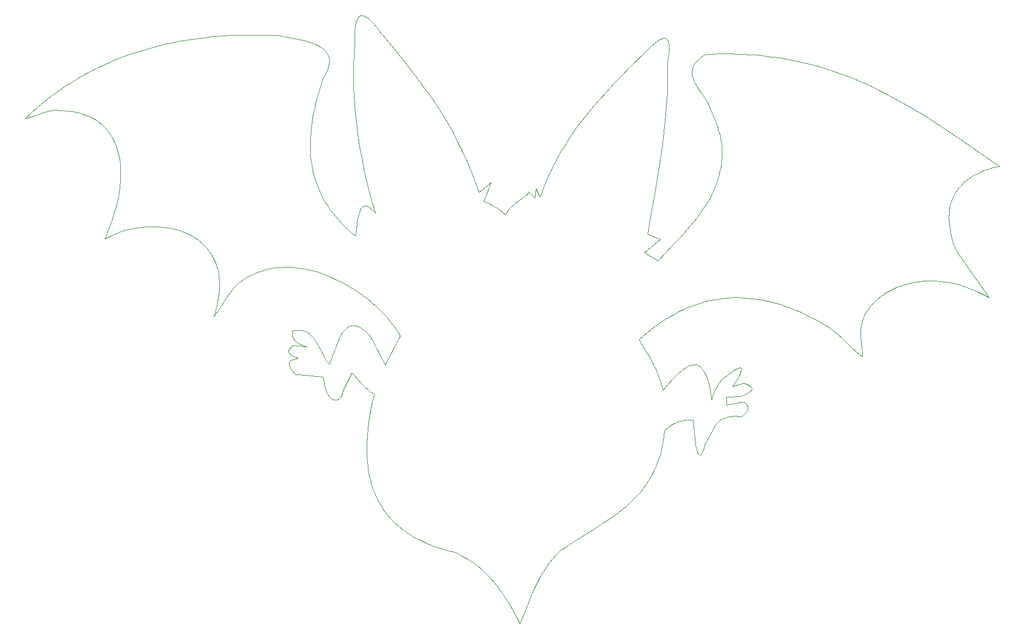
<source format=gbr>
%TF.GenerationSoftware,KiCad,Pcbnew,8.0.1*%
%TF.CreationDate,2024-04-02T10:11:43+02:00*%
%TF.ProjectId,Fledermaus I,466c6564-6572-46d6-9175-7320492e6b69,rev?*%
%TF.SameCoordinates,Original*%
%TF.FileFunction,Profile,NP*%
%FSLAX46Y46*%
G04 Gerber Fmt 4.6, Leading zero omitted, Abs format (unit mm)*
G04 Created by KiCad (PCBNEW 8.0.1) date 2024-04-02 10:11:43*
%MOMM*%
%LPD*%
G01*
G04 APERTURE LIST*
%TA.AperFunction,Profile*%
%ADD10C,0.100000*%
%TD*%
G04 APERTURE END LIST*
D10*
X26639700Y-41638000D02*
X26243700Y-41541000D01*
X31001300Y-44464400D02*
X30798400Y-44204300D01*
X158777000Y-67928000D02*
X157937000Y-67569200D01*
X117663000Y-78807000D02*
X117867000Y-78918000D01*
X85849700Y-108855000D02*
X85156400Y-108282000D01*
X122713000Y-68826000D02*
X121833000Y-68875900D01*
X123683000Y-80316000D02*
X123426000Y-80768000D01*
X117147000Y-34435000D02*
X117322000Y-34198700D01*
X155056000Y-60210900D02*
X155244000Y-60812400D01*
X60484400Y-74161600D02*
X60663900Y-74309600D01*
X141979000Y-71729200D02*
X141825000Y-72143600D01*
X68639600Y-27383400D02*
X68789000Y-27457400D01*
X73832500Y-74451400D02*
X73562000Y-73947600D01*
X116760000Y-78719000D02*
X116999000Y-78689000D01*
X59402100Y-73660500D02*
X59646200Y-73724900D01*
X25833800Y-41456700D02*
X25410000Y-41385500D01*
X124314000Y-86131000D02*
X124029000Y-86308000D01*
X141850000Y-77149000D02*
X141854000Y-77489000D01*
X110039000Y-76732000D02*
X110554000Y-77624000D01*
X133782000Y-71465400D02*
X132665000Y-70951200D01*
X49542100Y-67180800D02*
X49304100Y-67450400D01*
X120628000Y-87069000D02*
X120460000Y-87235000D01*
X118323000Y-91496000D02*
X118219000Y-91704000D01*
X69267600Y-27800700D02*
X69609600Y-28124200D01*
X162012000Y-49458800D02*
X161403000Y-49597600D01*
X32094000Y-46524300D02*
X31839000Y-45895600D01*
X71874300Y-100679000D02*
X71381400Y-100010000D01*
X39033500Y-58435400D02*
X38234300Y-58366500D01*
X118749000Y-80035000D02*
X118898000Y-80375000D01*
X97380000Y-106089000D02*
X96806000Y-106657000D01*
X124053000Y-79401000D02*
X123996000Y-79633000D01*
X67241300Y-28885500D02*
X67348700Y-28346600D01*
X26243700Y-41541000D02*
X25833800Y-41456700D01*
X111042000Y-78533000D02*
X111491000Y-79464000D01*
X65134500Y-83414000D02*
X65048800Y-83535000D01*
X57451300Y-76809000D02*
X57441300Y-76685000D01*
X156688000Y-51937300D02*
X156360000Y-52263800D01*
X111197000Y-94288000D02*
X110840000Y-94984000D01*
X69097800Y-88157000D02*
X69222900Y-87163000D01*
X100948000Y-42287000D02*
X101977000Y-41009500D01*
X63372100Y-83290000D02*
X63244500Y-83102000D01*
X120708000Y-44238600D02*
X120491000Y-43558900D01*
X62878100Y-82288000D02*
X62757500Y-81854000D01*
X69095900Y-93752000D02*
X69001900Y-92867000D01*
X123099000Y-81296000D02*
X122702000Y-81900000D01*
X119676000Y-53741500D02*
X119946000Y-53116300D01*
X154772000Y-59050700D02*
X154899000Y-59623600D01*
X68614200Y-73669400D02*
X68842300Y-73868000D01*
X121188000Y-80829000D02*
X122238000Y-80023000D01*
X113003000Y-30693900D02*
X113089000Y-30766600D01*
X19275100Y-42296600D02*
X18642100Y-42468600D01*
X57939500Y-79535000D02*
X57678800Y-79155000D01*
X112375000Y-81936000D02*
X112500000Y-82462000D01*
X67020700Y-37692700D02*
X66996100Y-36120400D01*
X63252000Y-33140700D02*
X63349300Y-33398200D01*
X150477000Y-41741300D02*
X151627000Y-42464800D01*
X85418700Y-53300500D02*
X87184800Y-51904900D01*
X117534000Y-33962400D02*
X117785000Y-33726100D01*
X156303000Y-66997100D02*
X155509000Y-66780200D01*
X88921900Y-56247300D02*
X89319700Y-56635600D01*
X37426000Y-58344400D02*
X36612800Y-58368500D01*
X125550000Y-82335000D02*
X125475000Y-82475000D01*
X112682000Y-72124400D02*
X112027000Y-72561700D01*
X155462000Y-61428000D02*
X155712000Y-62057600D01*
X37827000Y-31869900D02*
X39029700Y-31575400D01*
X125185000Y-81773000D02*
X125329000Y-81869000D01*
X67057700Y-32906200D02*
X67144100Y-31256100D01*
X67563300Y-73042400D02*
X67761500Y-73121600D01*
X124981000Y-84910000D02*
X124985000Y-85107000D01*
X55961100Y-64385100D02*
X55511500Y-64434300D01*
X112424000Y-30660300D02*
X112559000Y-30625600D01*
X47237700Y-66327700D02*
X47199500Y-65876400D01*
X69543800Y-82730000D02*
X69091800Y-82379000D01*
X154675000Y-58492300D02*
X154772000Y-59050700D01*
X63122100Y-32898800D02*
X63252000Y-33140700D01*
X60758400Y-48652900D02*
X60870000Y-49405700D01*
X119684000Y-83903000D02*
X119835000Y-83297000D01*
X32507700Y-53276800D02*
X32617400Y-52451900D01*
X69884100Y-97072000D02*
X69623200Y-96276000D01*
X62791500Y-54671600D02*
X63147300Y-55244900D01*
X67004100Y-72930400D02*
X67184600Y-72947600D01*
X84268700Y-50175500D02*
X84852300Y-51702600D01*
X125282000Y-33040000D02*
X126164000Y-33107200D01*
X59215000Y-30865700D02*
X60012400Y-31073800D01*
X123996000Y-79633000D02*
X123873000Y-79938000D01*
X116758000Y-35616500D02*
X116777000Y-35380200D01*
X70892600Y-70660600D02*
X70295500Y-70101300D01*
X64911800Y-74701400D02*
X65092400Y-74325700D01*
X64041500Y-83858000D02*
X63868700Y-83805000D01*
X70339500Y-28974300D02*
X70723300Y-29490400D01*
X112087000Y-60260600D02*
X109731000Y-62182900D01*
X117230000Y-78693000D02*
X117451000Y-78732000D01*
X123901000Y-83347000D02*
X121882000Y-83471000D01*
X113089000Y-30766600D02*
X113165000Y-30863100D01*
X153230000Y-66385200D02*
X152506000Y-66332800D01*
X57572900Y-77052000D02*
X57494800Y-76931000D01*
X80047400Y-41824200D02*
X80868300Y-43179500D01*
X146370000Y-67532600D02*
X145878000Y-67785900D01*
X48846100Y-68039800D02*
X48400300Y-68686600D01*
X32725800Y-50846700D02*
X32722800Y-50070300D01*
X90208300Y-114405000D02*
X89756300Y-113636000D01*
X117853000Y-91970000D02*
X117771000Y-91914000D01*
X141829000Y-76801000D02*
X141850000Y-77149000D01*
X46422800Y-63101600D02*
X46245300Y-62759300D01*
X63035800Y-82706000D02*
X62878100Y-82288000D01*
X112069000Y-80919000D02*
X112231000Y-81422000D01*
X136834000Y-73154000D02*
X136468000Y-72911100D01*
X24053700Y-41252100D02*
X23077500Y-41232500D01*
X117548000Y-91516000D02*
X117413000Y-91097000D01*
X66017200Y-66992900D02*
X65210400Y-66548700D01*
X57463800Y-76560000D02*
X57517600Y-76434000D01*
X61681300Y-75646000D02*
X61921600Y-76088000D01*
X93821000Y-111144000D02*
X93497600Y-111837000D01*
X124935000Y-84727000D02*
X124981000Y-84910000D01*
X70189400Y-97844000D02*
X69884100Y-97072000D01*
X41473900Y-31071900D02*
X42714900Y-30862200D01*
X112685000Y-30610800D02*
X112801000Y-30616800D01*
X131571000Y-70497200D02*
X130500000Y-70101600D01*
X62309700Y-32073600D02*
X62553400Y-32259900D01*
X111818000Y-92788000D02*
X111524000Y-93556000D01*
X111698000Y-79940000D02*
X111891000Y-80425000D01*
X93497600Y-111837000D02*
X93189800Y-112538000D01*
X64202800Y-83889000D02*
X64041500Y-83858000D01*
X123643000Y-86281000D02*
X123277000Y-86270000D01*
X114841000Y-79852000D02*
X115142000Y-79595000D01*
X90230000Y-55433800D02*
X90511100Y-55173600D01*
X33392800Y-58916600D02*
X32616500Y-59164000D01*
X155315000Y-53731600D02*
X155123000Y-54138500D01*
X67536900Y-80721000D02*
X67159700Y-80295000D01*
X42057800Y-59189200D02*
X41335800Y-58927900D01*
X119306000Y-69261500D02*
X118501000Y-69462700D01*
X45845500Y-62114700D02*
X45624200Y-61812300D01*
X53290900Y-64946800D02*
X52854400Y-65105600D01*
X112353000Y-46766600D02*
X112131000Y-48354700D01*
X120781000Y-81409000D02*
X121188000Y-80829000D01*
X126164000Y-33107200D02*
X127034000Y-33189200D01*
X69623200Y-96276000D02*
X69405500Y-95457000D01*
X120396000Y-51921700D02*
X120579000Y-51351300D01*
X124724000Y-84427000D02*
X124848000Y-84565000D01*
X70540000Y-98592000D02*
X70189400Y-97844000D01*
X117451000Y-78732000D02*
X117663000Y-78807000D01*
X141632000Y-72964500D02*
X141584000Y-73370300D01*
X67370900Y-72984700D02*
X67563300Y-73042400D01*
X69562900Y-74625100D02*
X71615000Y-78729000D01*
X112131000Y-48354700D02*
X111890000Y-49944400D01*
X146870000Y-39629500D02*
X148099000Y-40320600D01*
X60908200Y-42699500D02*
X60781000Y-43627800D01*
X118433000Y-91223000D02*
X118323000Y-91496000D01*
X57601700Y-76306000D02*
X57715000Y-76177000D01*
X58829400Y-80110000D02*
X58744100Y-80141000D01*
X112732000Y-43596600D02*
X112555000Y-45180500D01*
X124535000Y-68855200D02*
X123614000Y-68818500D01*
X114533000Y-80139000D02*
X114841000Y-79852000D01*
X54616800Y-64584700D02*
X54172400Y-64686800D01*
X92605000Y-113954000D02*
X92037600Y-115379000D01*
X69967600Y-28517100D02*
X70339500Y-28974300D01*
X89282600Y-112884000D02*
X88784900Y-112152000D01*
X112303000Y-91133000D02*
X112078000Y-91981000D01*
X115458000Y-70583700D02*
X114740000Y-70934000D01*
X140247000Y-76136000D02*
X138862000Y-74847000D01*
X92739400Y-53247900D02*
X93699000Y-54156200D01*
X62041600Y-31899500D02*
X62309700Y-32073600D01*
X62459400Y-54081000D02*
X62791500Y-54671600D01*
X110227000Y-59502400D02*
X112087000Y-60260600D01*
X124985000Y-85107000D02*
X124945000Y-85313000D01*
X46991300Y-70856500D02*
X46449800Y-71618200D01*
X63868700Y-83805000D02*
X63682500Y-83642000D01*
X27745900Y-42003200D02*
X27390700Y-41869400D01*
X145878000Y-67785900D02*
X145411000Y-68056400D01*
X61184000Y-50844400D02*
X61384800Y-51531600D01*
X98583000Y-105258000D02*
X97380000Y-106089000D01*
X67170100Y-29546600D02*
X67241300Y-28885500D01*
X103042000Y-39758900D02*
X104138000Y-38530900D01*
X111968000Y-30876400D02*
X112281000Y-30714100D01*
X78213900Y-39061400D02*
X79164700Y-40455500D01*
X89502300Y-56310300D02*
X89719200Y-56001800D01*
X58384500Y-75146900D02*
X58258200Y-74994900D01*
X113912000Y-61121100D02*
X114978000Y-59975200D01*
X60630700Y-47077300D02*
X60678400Y-47877000D01*
X25515000Y-37100500D02*
X26560800Y-36467800D01*
X123377000Y-79288000D02*
X123637000Y-79174000D01*
X58353500Y-80031000D02*
X58210500Y-79894000D01*
X62760200Y-36099600D02*
X62491100Y-36527600D01*
X69739200Y-55893700D02*
X69946900Y-56119600D01*
X119600000Y-83272000D02*
X119684000Y-83903000D01*
X115169000Y-86965000D02*
X114901000Y-87039000D01*
X114038000Y-71308800D02*
X113352000Y-71706200D01*
X22824000Y-41243800D02*
X22570000Y-41272000D01*
X87184800Y-51904900D02*
X86137400Y-54640000D01*
X63147300Y-55244900D02*
X63525800Y-55801500D01*
X32471900Y-47867800D02*
X32304600Y-47182300D01*
X77188600Y-37629900D02*
X78213900Y-39061400D01*
X144325000Y-38300900D02*
X145612000Y-38955300D01*
X70937000Y-99314000D02*
X70540000Y-98592000D01*
X117005000Y-36798000D02*
X116916000Y-36561700D01*
X90800600Y-54928700D02*
X91379100Y-54483800D01*
X112749000Y-88326000D02*
X112641000Y-89307000D01*
X111365000Y-53127700D02*
X110803000Y-56314400D01*
X68291200Y-68473100D02*
X67560000Y-67958600D01*
X67980300Y-27346300D02*
X68099700Y-27307100D01*
X54414400Y-30175500D02*
X55769400Y-30226100D01*
X125475000Y-82475000D02*
X125331000Y-82626000D01*
X124728000Y-85734000D02*
X124546000Y-85938000D01*
X58350300Y-77886000D02*
X58606400Y-77833000D01*
X88126300Y-55635000D02*
X88524100Y-55916800D01*
X96806000Y-106657000D02*
X96277000Y-107247000D01*
X144968000Y-68342200D02*
X144550000Y-68641600D01*
X59306900Y-75776000D02*
X59003600Y-75615000D01*
X115433000Y-79369000D02*
X115716000Y-79175000D01*
X67530200Y-57781200D02*
X67609600Y-57292500D01*
X117714000Y-69697400D02*
X116945000Y-69963600D01*
X140276000Y-36487700D02*
X141658000Y-37064100D01*
X64347800Y-56866900D02*
X64789500Y-57377100D01*
X110454000Y-95647000D02*
X110041000Y-96279000D01*
X105366000Y-100872000D02*
X104771000Y-101295000D01*
X99957000Y-43595600D02*
X100948000Y-42287000D01*
X95335000Y-108485000D02*
X94916000Y-109129000D01*
X96277000Y-107247000D02*
X95788000Y-107856000D01*
X122292000Y-86341000D02*
X122001000Y-86397000D01*
X28087800Y-42149000D02*
X27745900Y-42003200D01*
X121160000Y-48275100D02*
X121182000Y-47815300D01*
X87330700Y-55181500D02*
X87728500Y-55393000D01*
X40245400Y-31309500D02*
X41473900Y-31071900D01*
X112641000Y-89307000D02*
X112491000Y-90242000D01*
X154714000Y-55452800D02*
X154635000Y-55921700D01*
X28698300Y-35299500D02*
X29789400Y-34763200D01*
X68380600Y-55393600D02*
X68491800Y-55332200D01*
X127894000Y-33285800D02*
X128742000Y-33396400D01*
X141825000Y-72143600D02*
X141710000Y-72555500D01*
X61869600Y-52844900D02*
X62151800Y-53472300D01*
X56863600Y-64336400D02*
X56411900Y-64352600D01*
X31860000Y-59454400D02*
X31127200Y-59787300D01*
X63158300Y-35307900D02*
X62982100Y-35693300D01*
X137531000Y-73677000D02*
X137187000Y-73409600D01*
X69786400Y-82889000D02*
X69543800Y-82730000D01*
X67609600Y-57292500D02*
X67702100Y-56828600D01*
X97256000Y-47752200D02*
X97676000Y-47032300D01*
X104771000Y-101295000D02*
X103554000Y-102112000D01*
X57768200Y-64351300D02*
X57315800Y-64336200D01*
X124403000Y-83148000D02*
X123901000Y-83347000D01*
X144158000Y-68952800D02*
X143793000Y-69274000D01*
X60870000Y-49405700D02*
X61012100Y-50136000D01*
X124860000Y-85524000D02*
X124728000Y-85734000D01*
X117322000Y-34198700D02*
X117534000Y-33962400D01*
X52421200Y-65284200D02*
X51991500Y-65483100D01*
X67180400Y-40788900D02*
X67082200Y-39247500D01*
X107583000Y-34939000D02*
X109972000Y-32578000D01*
X31839000Y-45895600D02*
X31538600Y-45298200D01*
X116777000Y-35380200D02*
X116824000Y-35143900D01*
X125109000Y-82788000D02*
X124803000Y-82962000D01*
X117413000Y-91097000D02*
X117285000Y-90593000D01*
X115990000Y-79012000D02*
X116256000Y-78881000D01*
X47187900Y-68273000D02*
X47231700Y-67765600D01*
X116824000Y-35143900D02*
X116900000Y-34907600D01*
X99010000Y-44939900D02*
X99957000Y-43595600D01*
X73237700Y-73425400D02*
X72862000Y-72888400D01*
X107081000Y-99521000D02*
X106523000Y-99987000D01*
X19876600Y-42101800D02*
X19275100Y-42296600D01*
X58829500Y-77744000D02*
X58520800Y-77633000D01*
X121642000Y-32927300D02*
X122569000Y-32931300D01*
X63380500Y-34597400D02*
X63290600Y-34942800D01*
X46971700Y-64605300D02*
X46859700Y-64209000D01*
X121101000Y-46109300D02*
X121044000Y-45713600D01*
X142602000Y-70623900D02*
X142375000Y-70968700D01*
X116512000Y-78783000D02*
X116760000Y-78719000D01*
X48400300Y-68686600D02*
X47487300Y-70106400D01*
X112491000Y-90242000D02*
X112303000Y-91133000D01*
X124546000Y-85938000D02*
X124314000Y-86131000D01*
X29034600Y-42654700D02*
X28732000Y-42474900D01*
X61613600Y-52198200D02*
X61869600Y-52844900D01*
X64742500Y-83799000D02*
X64622500Y-83851000D01*
X84852300Y-51702600D02*
X85418700Y-53300500D01*
X32596700Y-48578900D02*
X32471900Y-47867800D01*
X61802700Y-65110500D02*
X60917500Y-64853000D01*
X154608000Y-57948500D02*
X154675000Y-58492300D01*
X22471600Y-39197000D02*
X23470200Y-38464800D01*
X153859000Y-43923000D02*
X156004000Y-45375800D01*
X64622500Y-83851000D02*
X64492900Y-83884000D01*
X118410000Y-33253500D02*
X118789000Y-33017200D01*
X44608500Y-60733300D02*
X44324600Y-60495900D01*
X123056000Y-79468000D02*
X123377000Y-79288000D01*
X66660900Y-72952500D02*
X66829600Y-72932400D01*
X118898000Y-80375000D02*
X119038000Y-80754000D01*
X113347000Y-32582600D02*
X113265000Y-33303800D01*
X156360000Y-52263800D02*
X156058000Y-52606500D01*
X67396100Y-58781900D02*
X67530200Y-57781200D01*
X153973000Y-66476100D02*
X153230000Y-66385200D01*
X60781000Y-43627800D02*
X60690500Y-44529000D01*
X117498000Y-56994800D02*
X117966000Y-56370300D01*
X22570000Y-41272000D02*
X22058100Y-41372200D01*
X68277800Y-55478900D02*
X68380600Y-55393600D01*
X58581300Y-80146000D02*
X58503300Y-80122000D01*
X68099700Y-27307100D02*
X68225500Y-27291900D01*
X62676900Y-65412200D02*
X61802700Y-65110500D01*
X31192100Y-44733800D02*
X31001300Y-44464400D01*
X58752200Y-75456500D02*
X58547500Y-75300700D01*
X90511100Y-55173600D02*
X90800600Y-54928700D01*
X61384800Y-51531600D02*
X61613600Y-52198200D01*
X58089100Y-77933000D02*
X58350300Y-77886000D01*
X58253300Y-77520000D02*
X58025800Y-77405000D01*
X61012100Y-50136000D02*
X61184000Y-50844400D01*
X124343000Y-81391000D02*
X124671000Y-81527000D01*
X141583000Y-74563200D02*
X141658000Y-75334000D01*
X79164700Y-40455500D02*
X80047400Y-41824200D01*
X161403000Y-49597600D02*
X160818000Y-49754000D01*
X157833000Y-51057100D02*
X157425000Y-51333900D01*
X32690400Y-51641200D02*
X32725800Y-50846700D01*
X116764000Y-35852800D02*
X116758000Y-35616500D01*
X156004000Y-45375800D02*
X158071000Y-46798900D01*
X60917500Y-64853000D02*
X60023900Y-64643400D01*
X62380600Y-76992000D02*
X62613400Y-77433000D01*
X129581000Y-33520700D02*
X131226000Y-33808900D01*
X42750100Y-59499800D02*
X42057800Y-59189200D01*
X50726500Y-66205400D02*
X50313900Y-66489500D01*
X115716000Y-79175000D02*
X115990000Y-79012000D01*
X119169000Y-81175000D02*
X119290000Y-81636000D01*
X58073000Y-79724000D02*
X57939500Y-79535000D01*
X51565600Y-65702600D02*
X51143800Y-65943200D01*
X60690500Y-44529000D02*
X60635900Y-45403900D01*
X21003200Y-41699200D02*
X19876600Y-42101800D01*
X31127200Y-59787300D02*
X30422500Y-60162300D01*
X117938000Y-91981000D02*
X117853000Y-91970000D01*
X38234300Y-58366500D02*
X37426000Y-58344400D01*
X141012000Y-76808000D02*
X140247000Y-76136000D01*
X108148000Y-98533000D02*
X107623000Y-99037000D01*
X143008000Y-37669500D02*
X144325000Y-38300900D01*
X114740000Y-70934000D02*
X114038000Y-71308800D01*
X66045000Y-73199500D02*
X66190200Y-73114400D01*
X59667100Y-75939000D02*
X59306900Y-75776000D01*
X59124100Y-64485000D02*
X58220600Y-64381500D01*
X116945000Y-69963600D02*
X116193000Y-70259700D01*
X121144000Y-46516900D02*
X121101000Y-46109300D01*
X141584000Y-73370300D02*
X141563000Y-73772300D01*
X127034000Y-33189200D02*
X127894000Y-33285800D01*
X113211000Y-81576000D02*
X113889000Y-80801000D01*
X63429700Y-34270800D02*
X63380500Y-34597400D01*
X142375000Y-70968700D02*
X142177000Y-71312900D01*
X154899000Y-59623600D02*
X155056000Y-60210900D01*
X40588400Y-58715600D02*
X39819600Y-58551600D01*
X141854000Y-77489000D02*
X141012000Y-76808000D01*
X62491100Y-36527600D02*
X62125300Y-37631200D01*
X62982100Y-35693300D02*
X62760200Y-36099600D01*
X117229000Y-37270600D02*
X117005000Y-36798000D01*
X64853200Y-83728000D02*
X64742500Y-83799000D01*
X64754100Y-75102000D02*
X64911800Y-74701400D01*
X121882000Y-83471000D02*
X121882000Y-84671000D01*
X68950400Y-90096000D02*
X69006600Y-89135000D01*
X69091800Y-82379000D02*
X68675400Y-81992000D01*
X31967700Y-55818000D02*
X32181800Y-54961700D01*
X39819600Y-58551600D02*
X39033500Y-58435400D01*
X124044000Y-79240000D02*
X124057000Y-79311000D01*
X57837300Y-77289000D02*
X57686700Y-77171000D01*
X111524000Y-93556000D02*
X111197000Y-94288000D01*
X70041900Y-83035000D02*
X69786400Y-82889000D01*
X68675400Y-81992000D02*
X68284400Y-81580000D01*
X116900000Y-34907600D02*
X117007000Y-34671300D01*
X29865400Y-43258200D02*
X29601100Y-43046600D01*
X102314000Y-102901000D02*
X99815000Y-104459000D01*
X116907000Y-86814000D02*
X116303000Y-86808000D01*
X120896000Y-44955500D02*
X120708000Y-44238600D01*
X118857000Y-55084200D02*
X119276000Y-54420500D01*
X57595300Y-78896000D02*
X57548700Y-78677000D01*
X63537900Y-65754900D02*
X62676900Y-65412200D01*
X89963900Y-55709700D02*
X90230000Y-55433800D01*
X116999000Y-78689000D02*
X117230000Y-78693000D01*
X67184600Y-72947600D02*
X67370900Y-72984700D01*
X24484700Y-37766000D02*
X25515000Y-37100500D01*
X120254000Y-42912500D02*
X119759000Y-41703200D01*
X57748400Y-78060000D02*
X57850500Y-78005000D01*
X31720600Y-56681000D02*
X31967700Y-55818000D01*
X136087000Y-72681700D02*
X134923000Y-72041600D01*
X98108000Y-46323900D02*
X98553000Y-45626700D01*
X62757500Y-81854000D02*
X62660500Y-81410000D01*
X117807000Y-38215800D02*
X117501000Y-37743200D01*
X112907000Y-30644300D02*
X113003000Y-30693900D01*
X68943600Y-27552000D02*
X69267600Y-27800700D01*
X43083900Y-59673800D02*
X42750100Y-59499800D01*
X57715000Y-76177000D02*
X57856400Y-76047000D01*
X47800500Y-30296100D02*
X49101100Y-30221000D01*
X58025800Y-77405000D02*
X57837300Y-77289000D01*
X31441600Y-57548900D02*
X31720600Y-56681000D01*
X34988000Y-58553200D02*
X34184600Y-58712900D01*
X44324600Y-60495900D02*
X44029600Y-60271300D01*
X32362200Y-54114000D02*
X32507700Y-53276800D01*
X121044000Y-45713600D02*
X120896000Y-44955500D01*
X125565000Y-82205000D02*
X125550000Y-82335000D01*
X92645800Y-53481000D02*
X92720700Y-53358600D01*
X43968300Y-30680100D02*
X45233900Y-30525300D01*
X27390700Y-41869400D02*
X27022000Y-41747500D01*
X123971000Y-79149000D02*
X124016000Y-79186000D01*
X28732000Y-42474900D02*
X28416500Y-42306300D01*
X134923000Y-72041600D02*
X133782000Y-71465400D01*
X58723800Y-77795000D02*
X58829500Y-77744000D01*
X31131600Y-58419600D02*
X31441600Y-57548900D01*
X120813000Y-86918000D02*
X120628000Y-87069000D01*
X147424000Y-67084500D02*
X146886000Y-67298200D01*
X119290000Y-81636000D02*
X119403000Y-82139000D01*
X60293800Y-74027900D02*
X60484400Y-74161600D01*
X50313900Y-66489500D02*
X50045200Y-66698900D01*
X57997900Y-74253600D02*
X57972400Y-73961000D01*
X63244500Y-83102000D02*
X63132900Y-82907000D01*
X47142100Y-65438900D02*
X47066000Y-65015200D01*
X160818000Y-49754000D02*
X160257000Y-49928000D01*
X94720000Y-53161400D02*
X95036000Y-52345200D01*
X73602600Y-32990600D02*
X74889300Y-34606500D01*
X26560800Y-36467800D02*
X27622000Y-35867600D01*
X53069900Y-30149300D02*
X54414400Y-30175500D01*
X87122700Y-110094000D02*
X86504300Y-109460000D01*
X108654000Y-98007000D02*
X108148000Y-98533000D01*
X63132900Y-82907000D02*
X63035800Y-82706000D01*
X18641300Y-42468400D02*
X19573800Y-41598500D01*
X120579000Y-51351300D02*
X120735000Y-50798300D01*
X141658000Y-37064100D02*
X143008000Y-37669500D01*
X58378900Y-30682400D02*
X59215000Y-30865700D01*
X88260600Y-111442000D02*
X87707300Y-110755000D01*
X156058000Y-52606500D02*
X155783000Y-52965500D01*
X69076500Y-74093000D02*
X69562900Y-74625100D01*
X44029600Y-60271300D02*
X43724200Y-60059500D01*
X47122300Y-68794700D02*
X47187900Y-68273000D01*
X58219200Y-75784000D02*
X60089200Y-76106000D01*
X46245300Y-62759300D02*
X46052700Y-62430400D01*
X68890900Y-51554600D02*
X68537500Y-49990000D01*
X66829600Y-72932400D02*
X67004100Y-72930400D01*
X121833000Y-68875900D02*
X120972000Y-68966200D01*
X62771200Y-32459100D02*
X62961300Y-32671800D01*
X32722800Y-50070300D02*
X32680000Y-49313700D01*
X68495700Y-27330700D02*
X68639600Y-27383400D01*
X47254200Y-67272200D02*
X47256200Y-66793000D01*
X112078000Y-91981000D02*
X111818000Y-92788000D01*
X111891000Y-80425000D02*
X112069000Y-80919000D01*
X29601100Y-43046600D02*
X29324200Y-42845300D01*
X95036000Y-52345200D02*
X95369000Y-51544500D01*
X57662400Y-78133000D02*
X57748400Y-78060000D01*
X141564000Y-74170100D02*
X141583000Y-74563200D01*
X30117100Y-43480100D02*
X29865400Y-43258200D01*
X112500000Y-82462000D02*
X113211000Y-81576000D01*
X154958000Y-54561000D02*
X154822000Y-54999200D01*
X87707300Y-110755000D02*
X87122700Y-110094000D01*
X32015600Y-33784600D02*
X33150200Y-33341500D01*
X66740500Y-59282300D02*
X67269900Y-59727900D01*
X67762200Y-27499200D02*
X67867800Y-27410100D01*
X110803000Y-56314400D02*
X110227000Y-59502400D01*
X123485000Y-32951700D02*
X124389000Y-32988000D01*
X67663900Y-27614200D02*
X67762200Y-27499200D01*
X109731000Y-62182900D02*
X111742000Y-63381500D01*
X68183000Y-55586500D02*
X68277800Y-55478900D01*
X30895300Y-34258300D02*
X32015600Y-33784600D01*
X57856400Y-76047000D02*
X58219200Y-75784000D01*
X124945000Y-85313000D02*
X124860000Y-85524000D01*
X108970000Y-74971700D02*
X110039000Y-76732000D01*
X57441300Y-76685000D02*
X57463800Y-76560000D01*
X92521200Y-53615700D02*
X92645800Y-53481000D01*
X88784900Y-112152000D02*
X88260600Y-111442000D01*
X104138000Y-38530900D02*
X105263000Y-37321100D01*
X124029000Y-86308000D02*
X123643000Y-86281000D01*
X67811500Y-56402500D02*
X67941400Y-56026900D01*
X120175000Y-87612000D02*
X120056000Y-87822000D01*
X60757900Y-31311800D02*
X61107200Y-31443800D01*
X118420000Y-55733800D02*
X118857000Y-55084200D01*
X69946900Y-56119600D02*
X70167500Y-56385500D01*
X47256200Y-66793000D02*
X47237700Y-66327700D01*
X67939500Y-46904100D02*
X67695000Y-45374500D01*
X117620000Y-91683000D02*
X117548000Y-91516000D01*
X66766400Y-79885000D02*
X65506500Y-82405000D01*
X120377000Y-82012000D02*
X120577000Y-81698000D01*
X118771000Y-39633600D02*
X118131000Y-38688400D01*
X57850500Y-78005000D02*
X58089100Y-77933000D01*
X121016000Y-86783000D02*
X120813000Y-86918000D01*
X55063300Y-64500700D02*
X54616800Y-64584700D01*
X120185000Y-52509800D02*
X120396000Y-51921700D01*
X69189900Y-55439700D02*
X69361200Y-55555400D01*
X122569000Y-32931300D02*
X123485000Y-32951700D01*
X68491800Y-55332200D02*
X68611800Y-55296300D01*
X159212000Y-50328200D02*
X158727000Y-50554200D01*
X121186000Y-47369400D02*
X121173000Y-46936700D01*
X57548700Y-78677000D02*
X57535600Y-78495000D01*
X60091100Y-73909800D02*
X60293800Y-74027900D01*
X125446000Y-81972000D02*
X125528000Y-82084000D01*
X105951000Y-100437000D02*
X105366000Y-100872000D01*
X66801200Y-67464000D02*
X66017200Y-66992900D01*
X67695000Y-45374500D02*
X67486900Y-43848200D01*
X62125300Y-37631200D02*
X61801500Y-38704000D01*
X154822000Y-54999200D02*
X154714000Y-55452800D01*
X120866000Y-50262000D02*
X120972000Y-49742100D01*
X49788500Y-66929800D02*
X49542100Y-67180800D01*
X69029800Y-55357600D02*
X69189900Y-55439700D01*
X70167500Y-56385500D02*
X69706000Y-54748200D01*
X120972000Y-49742100D02*
X121056000Y-49237900D01*
X32616500Y-59164000D02*
X31860000Y-59454400D01*
X145612000Y-38955300D02*
X146870000Y-39629500D01*
X67269900Y-59727900D02*
X67396100Y-58781900D01*
X23077500Y-41232500D02*
X22824000Y-41243800D01*
X29789400Y-34763200D02*
X30895300Y-34258300D01*
X44881000Y-60983600D02*
X44608500Y-60733300D01*
X66341200Y-73044300D02*
X66498100Y-72990100D01*
X119301000Y-40578800D02*
X119057000Y-40106200D01*
X62482900Y-80516000D02*
X58829400Y-80110000D01*
X94420000Y-53993400D02*
X94720000Y-53161400D01*
X57494800Y-76931000D02*
X57451300Y-76809000D01*
X123426000Y-80768000D02*
X123099000Y-81296000D01*
X89756300Y-113636000D02*
X89282600Y-112884000D01*
X118671000Y-90467000D02*
X118549000Y-90882000D01*
X120735000Y-50798300D02*
X120866000Y-50262000D01*
X158727000Y-50554200D02*
X158267000Y-50797200D01*
X80792400Y-106055000D02*
X79697800Y-105730000D01*
X68947000Y-91963000D02*
X68930200Y-91039000D01*
X117007000Y-34671300D02*
X117147000Y-34435000D01*
X148099000Y-40320600D02*
X149301000Y-41025600D01*
X51143800Y-65943200D02*
X50726500Y-66205400D01*
X58606400Y-77833000D02*
X58723800Y-77795000D01*
X135919000Y-34963100D02*
X137407000Y-35434200D01*
X69230100Y-94615000D02*
X69095900Y-93752000D01*
X112027000Y-72561700D02*
X111387000Y-73016300D01*
X149301000Y-41025600D02*
X150477000Y-41741300D01*
X76082600Y-36148900D02*
X77188600Y-37629900D01*
X82820200Y-106771000D02*
X81948000Y-106343000D01*
X61107200Y-31443800D02*
X61438700Y-31585300D01*
X18642100Y-42468600D02*
X18642100Y-42468600D01*
X63290600Y-34942800D02*
X63158300Y-35307900D01*
X82350200Y-45897900D02*
X83024000Y-47285100D01*
X113889000Y-80801000D02*
X114533000Y-80139000D01*
X123877000Y-84230000D02*
X124137000Y-84216000D01*
X65729900Y-58355500D02*
X66226800Y-58825000D01*
X112801000Y-30616800D02*
X112907000Y-30644300D01*
X120972000Y-68966200D02*
X120129000Y-69095400D01*
X122001000Y-86397000D02*
X121728000Y-86470000D01*
X67137100Y-30335000D02*
X67170100Y-29546600D01*
X68992500Y-69004000D02*
X68291200Y-68473100D01*
X114978000Y-59975200D02*
X116016000Y-58807100D01*
X155535000Y-53340600D02*
X155315000Y-53731600D01*
X68842300Y-73868000D02*
X69076500Y-74093000D01*
X118027000Y-91943000D02*
X117938000Y-91981000D01*
X43724200Y-60059500D02*
X43408800Y-59860300D01*
X83644100Y-107238000D02*
X82820200Y-106771000D01*
X116845000Y-36325400D02*
X116794000Y-36089100D01*
X113352000Y-71706200D02*
X112682000Y-72124400D01*
X60089200Y-76106000D02*
X59667100Y-75939000D01*
X62151800Y-53472300D02*
X62459400Y-54081000D01*
X50045200Y-66698900D02*
X49788500Y-66929800D01*
X125331000Y-82626000D02*
X125109000Y-82788000D01*
X30356500Y-43711900D02*
X30117100Y-43480100D01*
X120309000Y-87416000D02*
X120175000Y-87612000D01*
X159722000Y-50119500D02*
X159212000Y-50328200D01*
X59142500Y-73616500D02*
X59402100Y-73660500D01*
X24972100Y-41327500D02*
X24053700Y-41252100D01*
X33150200Y-33341500D02*
X34298900Y-32928900D01*
X149800000Y-66472100D02*
X149174000Y-66585300D01*
X119752000Y-32969900D02*
X120703000Y-32940000D01*
X64789500Y-57377100D02*
X65250400Y-57873000D01*
X91379100Y-54483800D02*
X91913900Y-54096100D01*
X91057000Y-115988000D02*
X90641100Y-115189000D01*
X60023900Y-64643400D02*
X59124100Y-64485000D01*
X157425000Y-51333900D02*
X157044000Y-51627300D01*
X86504300Y-109460000D02*
X85849700Y-108855000D01*
X67761500Y-73121600D02*
X67965700Y-73223100D01*
X112281000Y-30714100D02*
X112424000Y-30660300D01*
X67573200Y-27755800D02*
X67663900Y-27614200D01*
X18642100Y-42468600D02*
X18641300Y-42468400D01*
X66996100Y-36120400D02*
X67008400Y-34526300D01*
X27622000Y-35867600D02*
X28698300Y-35299500D01*
X80868300Y-43179500D02*
X81633800Y-44533400D01*
X19573800Y-41598500D02*
X20523200Y-40763600D01*
X76769100Y-104549000D02*
X75907800Y-104089000D01*
X98553000Y-45626700D02*
X99010000Y-44939900D01*
X146886000Y-67298200D02*
X146370000Y-67532600D01*
X123270000Y-84417000D02*
X123587000Y-84295000D01*
X66226800Y-58825000D02*
X66740500Y-59282300D01*
X53730300Y-64807300D02*
X53290900Y-64946800D01*
X57535600Y-78495000D02*
X57552500Y-78347000D01*
X35798800Y-58438300D02*
X34988000Y-58553200D01*
X150447000Y-66388500D02*
X149800000Y-66472100D01*
X121173000Y-46936700D02*
X121144000Y-46516900D01*
X73009700Y-101934000D02*
X72416700Y-101321000D01*
X113323000Y-31302800D02*
X113353000Y-31502000D01*
X124057000Y-79311000D02*
X124053000Y-79401000D01*
X123587000Y-84295000D02*
X123877000Y-84230000D01*
X142858000Y-70280200D02*
X142602000Y-70623900D01*
X99815000Y-104459000D02*
X98583000Y-105258000D01*
X70295500Y-70101300D02*
X69661400Y-69547900D01*
X63120900Y-78249000D02*
X63409500Y-78604000D01*
X118590000Y-79735000D02*
X118749000Y-80035000D01*
X97676000Y-47032300D02*
X98108000Y-46323900D01*
X67144100Y-31256100D02*
X67137100Y-30335000D01*
X114638000Y-87127000D02*
X114381000Y-87229000D01*
X121882000Y-84671000D02*
X123270000Y-84417000D01*
X46923700Y-69880900D02*
X47034400Y-69330600D01*
X83661300Y-48707000D02*
X84268700Y-50175500D01*
X62857900Y-77856000D02*
X63120900Y-78249000D01*
X46584700Y-63457200D02*
X46422800Y-63101600D01*
X60663900Y-74309600D02*
X60833100Y-74470700D01*
X138200000Y-74243600D02*
X137531000Y-73677000D01*
X72416700Y-101321000D02*
X71874300Y-100679000D01*
X158071000Y-46798900D02*
X160071000Y-48168000D01*
X67560000Y-67958600D02*
X66801200Y-67464000D01*
X68880400Y-55307400D02*
X69029800Y-55357600D01*
X69380900Y-86153000D02*
X69570800Y-85127000D01*
X58547500Y-75300700D02*
X58384500Y-75146900D01*
X132829000Y-34147400D02*
X134394000Y-34533100D01*
X61438700Y-31585300D02*
X61750700Y-31736900D01*
X22058100Y-41372200D02*
X21537300Y-41519300D01*
X121728000Y-86470000D02*
X121473000Y-86558000D01*
X67486900Y-43848200D02*
X67315400Y-42321000D01*
X124671000Y-81527000D02*
X125022000Y-81684000D01*
X123277000Y-86270000D02*
X122930000Y-86277000D01*
X149174000Y-66585300D02*
X148569000Y-66726300D01*
X119946000Y-53116300D02*
X120185000Y-52509800D01*
X106523000Y-99987000D02*
X105951000Y-100437000D01*
X110041000Y-96279000D02*
X109602000Y-96882000D01*
X63439800Y-33962600D02*
X63429700Y-34270800D01*
X120056000Y-87822000D02*
X118671000Y-90467000D01*
X107623000Y-99037000D02*
X107081000Y-99521000D01*
X47034400Y-69330600D02*
X47122300Y-68794700D01*
X69001900Y-92867000D02*
X68947000Y-91963000D01*
X58503300Y-80122000D02*
X58353500Y-80031000D01*
X123911000Y-79130000D02*
X123971000Y-79149000D01*
X46859700Y-64209000D02*
X46730500Y-63826400D01*
X121235000Y-86663000D02*
X121016000Y-86783000D01*
X30422500Y-60162300D02*
X30791600Y-59291400D01*
X47199500Y-65876400D02*
X47142100Y-65438900D01*
X68789000Y-27457400D02*
X68943600Y-27552000D01*
X69006600Y-89135000D02*
X69097800Y-88157000D01*
X117285000Y-90593000D02*
X116907000Y-86814000D01*
X65506500Y-82405000D02*
X65406600Y-82790000D01*
X69570800Y-85127000D02*
X69791400Y-84088000D01*
X32304600Y-47182300D02*
X32094000Y-46524300D01*
X69609600Y-28124200D02*
X69967600Y-28517100D01*
X160257000Y-49928000D02*
X159722000Y-50119500D01*
X143793000Y-69274000D02*
X143454000Y-69603500D01*
X71381400Y-100010000D02*
X70937000Y-99314000D01*
X115142000Y-79595000D02*
X115433000Y-79369000D01*
X67082200Y-39247500D02*
X67020700Y-37692700D01*
X67941400Y-56026900D02*
X68095600Y-55714800D01*
X90641100Y-115189000D02*
X90208300Y-114405000D01*
X57930800Y-73667600D02*
X58261400Y-73618300D01*
X92720700Y-53358600D02*
X92739400Y-53247900D01*
X49304100Y-67450400D02*
X48846100Y-68039800D01*
X93189800Y-112538000D02*
X92605000Y-113954000D01*
X32181800Y-54961700D02*
X32362200Y-54114000D01*
X23470200Y-38464800D02*
X24484700Y-37766000D01*
X58210500Y-79894000D02*
X58073000Y-79724000D01*
X113003000Y-40436300D02*
X112883000Y-42015100D01*
X121056000Y-49237900D02*
X121118000Y-48749100D01*
X94162000Y-110461000D02*
X93821000Y-111144000D01*
X151114000Y-66336200D02*
X150447000Y-66388500D01*
X121118000Y-48749100D02*
X121160000Y-48275100D01*
X125329000Y-81869000D02*
X125446000Y-81972000D01*
X121473000Y-86558000D02*
X121235000Y-86663000D01*
X62961300Y-32671800D02*
X63122100Y-32898800D01*
X116303000Y-86808000D02*
X115724000Y-86858000D01*
X68537500Y-49990000D02*
X68220400Y-48441200D01*
X36637500Y-32193400D02*
X37827000Y-31869900D01*
X119038000Y-80754000D02*
X119169000Y-81175000D01*
X116193000Y-70259700D02*
X115458000Y-70583700D01*
X67867800Y-27410100D02*
X67980300Y-27346300D01*
X113353000Y-31502000D02*
X113376000Y-31984000D01*
X71450100Y-71222500D02*
X70892600Y-70660600D01*
X60635900Y-45403900D02*
X60616200Y-46253100D01*
X61518800Y-39746500D02*
X61276200Y-40759600D01*
X59003600Y-75615000D02*
X58752200Y-75456500D01*
X58744100Y-80141000D02*
X58661500Y-80153000D01*
X64353100Y-83897000D02*
X64202800Y-83889000D01*
X64619100Y-75520900D02*
X64754100Y-75102000D01*
X63682500Y-83642000D02*
X63517500Y-83470000D01*
X61921600Y-76088000D02*
X62380600Y-76992000D01*
X65048800Y-83535000D02*
X64955200Y-83640000D01*
X128425000Y-69478600D02*
X127420000Y-69247600D01*
X89319700Y-56635600D02*
X89502300Y-56310300D01*
X31538600Y-45298200D02*
X31192100Y-44733800D01*
X43408800Y-59860300D02*
X43083900Y-59673800D01*
X69791400Y-84088000D02*
X70041900Y-83035000D01*
X21489200Y-39963200D02*
X22471600Y-39197000D01*
X67965700Y-73223100D02*
X68175900Y-73347700D01*
X148569000Y-66726300D02*
X147986000Y-66893300D01*
X47066000Y-65015200D02*
X46971700Y-64605300D01*
X111387000Y-73016300D02*
X110762000Y-73486400D01*
X58520800Y-77633000D02*
X58253300Y-77520000D01*
X106412000Y-36125200D02*
X107583000Y-34939000D01*
X111890000Y-49944400D02*
X111365000Y-53127700D01*
X46631900Y-71024600D02*
X46789700Y-70445500D01*
X79697800Y-105730000D02*
X78663000Y-105370000D01*
X45624200Y-61812300D02*
X45389300Y-61523000D01*
X77687100Y-104976000D02*
X76769100Y-104549000D01*
X25410000Y-41385500D02*
X24972100Y-41327500D01*
X72437200Y-72339900D02*
X71965800Y-71783400D01*
X61801500Y-38704000D02*
X61518800Y-39746500D01*
X69361200Y-55555400D02*
X69544100Y-55706200D01*
X110840000Y-94984000D02*
X110454000Y-95647000D01*
X116794000Y-36089100D02*
X116764000Y-35852800D01*
X65295900Y-73981200D02*
X65522400Y-73674400D01*
X151627000Y-42464800D02*
X153859000Y-43923000D01*
X124137000Y-84216000D02*
X124366000Y-84248000D01*
X105263000Y-37321100D02*
X106412000Y-36125200D01*
X143142000Y-69939500D02*
X142858000Y-70280200D01*
X141563000Y-73772300D02*
X141564000Y-74170100D01*
X34298900Y-32928900D02*
X35461400Y-32546300D01*
X49101100Y-30221000D02*
X50413000Y-30171700D01*
X58258200Y-74994900D02*
X58163400Y-74844500D01*
X87728500Y-55393000D02*
X88126300Y-55635000D01*
X111491000Y-79464000D02*
X111698000Y-79940000D01*
X120577000Y-81698000D02*
X120781000Y-81409000D01*
X61424500Y-75222500D02*
X61681300Y-75646000D01*
X64492900Y-83884000D02*
X64353100Y-83897000D01*
X36612800Y-58368500D02*
X35798800Y-58438300D01*
X42714900Y-30862200D02*
X43968300Y-30680100D01*
X113187000Y-87945000D02*
X112749000Y-88326000D01*
X94526000Y-109789000D02*
X94162000Y-110461000D01*
X113091000Y-38860500D02*
X113003000Y-40436300D01*
X68175900Y-73347700D02*
X68392000Y-73496200D01*
X45389300Y-61523000D02*
X45141400Y-61246800D01*
X117501000Y-37743200D02*
X117229000Y-37270600D01*
X71965800Y-71783400D02*
X71450100Y-71222500D01*
X151800000Y-66317100D02*
X151114000Y-66336200D01*
X58048000Y-74547400D02*
X57997900Y-74253600D01*
X155244000Y-60812400D02*
X155462000Y-61428000D01*
X117966000Y-56370300D02*
X118420000Y-55733800D01*
X57686700Y-77171000D02*
X57572900Y-77052000D01*
X71615000Y-78729000D02*
X73832500Y-74451400D01*
X124803000Y-82962000D02*
X124403000Y-83148000D01*
X113265000Y-33303800D02*
X113127000Y-34153800D01*
X93699000Y-54156200D02*
X93796000Y-52801400D01*
X67008400Y-34526300D02*
X67057700Y-32906200D01*
X41335800Y-58927900D02*
X40588400Y-58715600D01*
X138862000Y-74847000D02*
X138200000Y-74243600D01*
X120003000Y-82792000D02*
X120185000Y-82371000D01*
X118121000Y-91852000D02*
X118027000Y-91943000D01*
X86932900Y-54991600D02*
X87330700Y-55181500D01*
X67348700Y-28346600D02*
X67415300Y-28121300D01*
X69405500Y-95457000D02*
X69230100Y-94615000D01*
X21537300Y-41519300D02*
X21003200Y-41699200D01*
X120460000Y-87235000D02*
X120309000Y-87416000D01*
X122702000Y-81900000D02*
X124343000Y-81391000D01*
X157937000Y-67569200D02*
X157112000Y-67259500D01*
X56411900Y-64352600D02*
X55961100Y-64385100D01*
X58261400Y-73618300D02*
X58573000Y-73594200D01*
X58220600Y-64381500D02*
X57768200Y-64351300D01*
X116016000Y-58807100D02*
X117016000Y-57608400D01*
X92037600Y-115379000D02*
X91458600Y-116798000D01*
X119403000Y-82139000D02*
X119506000Y-82684000D01*
X46511300Y-30397400D02*
X47800500Y-30296100D01*
X62553400Y-32259900D02*
X62771200Y-32459100D01*
X117016000Y-57608400D02*
X117498000Y-56994800D01*
X69544100Y-55706200D02*
X69739200Y-55893700D01*
X91458600Y-116798000D02*
X91057000Y-115988000D01*
X128742000Y-33396400D02*
X129581000Y-33520700D01*
X58661500Y-80153000D02*
X58581300Y-80146000D01*
X152506000Y-66332800D02*
X151800000Y-66317100D01*
X84422000Y-107742000D02*
X83644100Y-107238000D01*
X122602000Y-86301000D02*
X122292000Y-86341000D01*
X119057000Y-40106200D02*
X118771000Y-39633600D01*
X63926300Y-56341900D02*
X64347800Y-56866900D01*
X46730500Y-63826400D02*
X46584700Y-63457200D01*
X109602000Y-96882000D02*
X109139000Y-97457000D01*
X32617400Y-52451900D02*
X32690400Y-51641200D01*
X39029700Y-31575400D02*
X40245400Y-31309500D01*
X69661400Y-69547900D02*
X68992500Y-69004000D01*
X45141400Y-61246800D02*
X44881000Y-60983600D01*
X113282000Y-31130400D02*
X113323000Y-31302800D01*
X66190200Y-73114400D02*
X66341200Y-73044300D01*
X126437000Y-69067900D02*
X125476000Y-68937700D01*
X30798400Y-44204300D02*
X30583500Y-43953300D01*
X58866400Y-73594000D02*
X59142500Y-73616500D01*
X117867000Y-78918000D02*
X118061000Y-79066000D01*
X122238000Y-80023000D02*
X122676000Y-79713000D01*
X57517300Y-30518200D02*
X58378900Y-30682400D01*
X74351400Y-103073000D02*
X73654200Y-102518000D01*
X123637000Y-79174000D02*
X123835000Y-79128000D01*
X118549000Y-90882000D02*
X118433000Y-91223000D01*
X59875600Y-73808400D02*
X60091100Y-73909800D01*
X68930200Y-91039000D02*
X68950400Y-90096000D01*
X73654200Y-102518000D02*
X73009700Y-101934000D01*
X137187000Y-73409600D02*
X136834000Y-73154000D01*
X75907800Y-104089000D02*
X75102200Y-103596000D01*
X81948000Y-106343000D02*
X80792400Y-106055000D01*
X61750700Y-31736900D02*
X62041600Y-31899500D01*
X67490200Y-27924600D02*
X67573200Y-27755800D01*
X86137400Y-54640000D02*
X86932900Y-54991600D01*
X32680000Y-49313700D02*
X32596700Y-48578900D01*
X155712000Y-62057600D02*
X160500000Y-68800000D01*
X63349300Y-33398200D02*
X63412500Y-33671900D01*
X51991500Y-65483100D02*
X51565600Y-65702600D01*
X96458000Y-49228900D02*
X96850000Y-48484200D01*
X28416500Y-42306300D02*
X28087800Y-42149000D01*
X157044000Y-51627300D02*
X156688000Y-51937300D01*
X157112000Y-67259500D02*
X156303000Y-66997100D01*
X159632000Y-68337700D02*
X158777000Y-67928000D01*
X68741200Y-55287500D02*
X68880400Y-55307400D01*
X61276200Y-40759600D02*
X61073000Y-41743700D01*
X92353400Y-53762800D02*
X92521200Y-53615700D01*
X138859000Y-35943400D02*
X140276000Y-36487700D01*
X127420000Y-69247600D02*
X126437000Y-69067900D01*
X144550000Y-68641600D02*
X144158000Y-68952800D01*
X64383100Y-66134800D02*
X63537900Y-65754900D01*
X118423000Y-79474000D02*
X118590000Y-79735000D01*
X111742000Y-63381500D02*
X113912000Y-61121100D01*
X112883000Y-42015100D02*
X112732000Y-43596600D01*
X45233900Y-30525300D02*
X46511300Y-30397400D01*
X109139000Y-97457000D02*
X108654000Y-98007000D01*
X125022000Y-81684000D02*
X125185000Y-81773000D01*
X63409500Y-78604000D02*
X64619100Y-75520900D01*
X59646200Y-73724900D02*
X59875600Y-73808400D01*
X103554000Y-102112000D02*
X102314000Y-102901000D01*
X69280400Y-53139300D02*
X68890900Y-51554600D01*
X95369000Y-51544500D02*
X95717000Y-50758500D01*
X58573000Y-73594200D02*
X58866400Y-73594000D01*
X61073000Y-41743700D02*
X60908200Y-42699500D01*
X75102200Y-103596000D02*
X74351400Y-103073000D01*
X124366000Y-84248000D02*
X124562000Y-84320000D01*
X123835000Y-79128000D02*
X123911000Y-79130000D01*
X60012400Y-31073800D02*
X60757900Y-31311800D01*
X116256000Y-78881000D02*
X116512000Y-78783000D01*
X58095000Y-74695400D02*
X58048000Y-74547400D01*
X34184600Y-58712900D02*
X33392800Y-58916600D01*
X35461400Y-32546300D02*
X36637500Y-32193400D01*
X113156000Y-35719000D02*
X113143000Y-37288000D01*
X69706000Y-54748200D02*
X69280400Y-53139300D01*
X112555000Y-45180500D02*
X112353000Y-46766600D01*
X30583500Y-43953300D02*
X30356500Y-43711900D01*
X72216000Y-31289200D02*
X73602600Y-32990600D01*
X160500000Y-68800000D02*
X159632000Y-68337700D01*
X67159700Y-80295000D02*
X66766400Y-79885000D01*
X93796000Y-52801400D02*
X94420000Y-53993400D01*
X155783000Y-52965500D02*
X155535000Y-53340600D01*
X113165000Y-30863100D02*
X113229000Y-30984100D01*
X123614000Y-68818500D02*
X122713000Y-68826000D01*
X116916000Y-36561700D02*
X116845000Y-36325400D01*
X68095600Y-55714800D02*
X68183000Y-55586500D01*
X67315400Y-42321000D02*
X67180400Y-40788900D01*
X124389000Y-32988000D02*
X125282000Y-33040000D01*
X96850000Y-48484200D02*
X97256000Y-47752200D01*
X155509000Y-66780200D02*
X154732000Y-66607200D01*
X120185000Y-82371000D02*
X120377000Y-82012000D01*
X94916000Y-109129000D02*
X94526000Y-109789000D01*
X27022000Y-41747500D02*
X26639700Y-41638000D01*
X96080000Y-49986900D02*
X96458000Y-49228900D01*
X113376000Y-31984000D02*
X113347000Y-32582600D01*
X118789000Y-33017200D02*
X119752000Y-32969900D01*
X57972400Y-73961000D02*
X57930800Y-73667600D01*
X154571000Y-57419400D02*
X154608000Y-57948500D01*
X120703000Y-32940000D02*
X121642000Y-32927300D01*
X111623000Y-31106100D02*
X111968000Y-30876400D01*
X60833100Y-74470700D02*
X61144100Y-74827500D01*
X154732000Y-66607200D02*
X153973000Y-66476100D01*
X55769400Y-30226100D02*
X57517300Y-30518200D01*
X65522400Y-73674400D02*
X65772100Y-73411700D01*
X60616200Y-46253100D02*
X60630700Y-47077300D01*
X114381000Y-87229000D02*
X114131000Y-87345000D01*
X154635000Y-55921700D02*
X154584000Y-56405900D01*
X89719200Y-56001800D02*
X89963900Y-55709700D01*
X68357600Y-27300000D02*
X68495700Y-27330700D01*
X57315800Y-64336200D02*
X56863600Y-64336400D01*
X141658000Y-75334000D02*
X141752000Y-76081000D01*
X46449800Y-71618200D02*
X46631900Y-71024600D01*
X68225500Y-27291900D02*
X68357600Y-27300000D01*
X121182000Y-47815300D02*
X121186000Y-47369400D01*
X68392000Y-73496200D02*
X68614200Y-73669400D01*
X113229000Y-30984100D02*
X113282000Y-31130400D01*
X119759000Y-41703200D02*
X119301000Y-40578800D01*
X57678800Y-79155000D02*
X57595300Y-78896000D01*
X130500000Y-70101600D02*
X129451000Y-69762700D01*
X112231000Y-81422000D02*
X112375000Y-81936000D01*
X120129000Y-69095400D02*
X119306000Y-69261500D01*
X132665000Y-70951200D02*
X131571000Y-70497200D01*
X125476000Y-68937700D02*
X124535000Y-68855200D01*
X143454000Y-69603500D02*
X143142000Y-69939500D01*
X30791600Y-59291400D02*
X31131600Y-58419600D01*
X70723300Y-29490400D02*
X72216000Y-31289200D01*
X109972000Y-32578000D02*
X110421000Y-32139300D01*
X47231700Y-67765600D02*
X47254200Y-67272200D01*
X54172400Y-64686800D02*
X53730300Y-64807300D01*
X65092400Y-74325700D02*
X65295900Y-73981200D01*
X57517600Y-76434000D02*
X57601700Y-76306000D01*
X68284400Y-81580000D02*
X67536900Y-80721000D01*
X88524100Y-55916800D02*
X88921900Y-56247300D01*
X47487300Y-70106400D02*
X46991300Y-70856500D01*
X142177000Y-71312900D02*
X141979000Y-71729200D01*
X117785000Y-33726100D02*
X118076000Y-33489800D01*
X85156400Y-108282000D02*
X84422000Y-107742000D01*
X147986000Y-66893300D02*
X147424000Y-67084500D01*
X57552500Y-78347000D02*
X57595900Y-78227000D01*
X154584000Y-56405900D02*
X154563000Y-56905200D01*
X118247000Y-79251000D02*
X118423000Y-79474000D01*
X118219000Y-91704000D02*
X118121000Y-91852000D01*
X74889300Y-34606500D02*
X76082600Y-36148900D01*
X123873000Y-79938000D02*
X123683000Y-80316000D01*
X110151000Y-73970200D02*
X109554000Y-74465900D01*
X125528000Y-82084000D02*
X125565000Y-82205000D01*
X114131000Y-87345000D02*
X113647000Y-87617000D01*
X117694000Y-91817000D02*
X117620000Y-91683000D01*
X110762000Y-73486400D02*
X110151000Y-73970200D01*
X63525800Y-55801500D02*
X63926300Y-56341900D01*
X62613400Y-77433000D02*
X62857900Y-77856000D01*
X65406600Y-82790000D02*
X65283800Y-83128000D01*
X131226000Y-33808900D02*
X132829000Y-34147400D01*
X118076000Y-33489800D02*
X118410000Y-33253500D01*
X68220400Y-48441200D02*
X67939500Y-46904100D01*
X110554000Y-77624000D02*
X111042000Y-78533000D01*
X65210400Y-66548700D02*
X64383100Y-66134800D01*
X52854400Y-65105600D02*
X52421200Y-65284200D01*
X73562000Y-73947600D02*
X73237700Y-73425400D01*
X55511500Y-64434300D02*
X55063300Y-64500700D01*
X65250400Y-57873000D02*
X65729900Y-58355500D01*
X83024000Y-47285100D02*
X83661300Y-48707000D01*
X110421000Y-32139300D02*
X110847000Y-31743700D01*
X46052700Y-62430400D02*
X45845500Y-62114700D01*
X119276000Y-54420500D02*
X119676000Y-53741500D01*
X113127000Y-34153800D02*
X113156000Y-35719000D01*
X78663000Y-105370000D02*
X77687100Y-104976000D01*
X69222900Y-87163000D02*
X69380900Y-86153000D01*
X109554000Y-74465900D02*
X108970000Y-74971700D01*
X65283800Y-83128000D02*
X65134500Y-83414000D01*
X61144100Y-74827500D02*
X61424500Y-75222500D01*
X46789700Y-70445500D02*
X46923700Y-69880900D01*
X119506000Y-82684000D02*
X119600000Y-83272000D01*
X60678400Y-47877000D02*
X60758400Y-48652900D01*
X111249000Y-31397300D02*
X111623000Y-31106100D01*
X65772100Y-73411700D02*
X66045000Y-73199500D01*
X137407000Y-35434200D02*
X138859000Y-35943400D01*
X124848000Y-84565000D02*
X124935000Y-84727000D01*
X51736000Y-30147900D02*
X53069900Y-30149300D01*
X67415300Y-28121300D02*
X67490200Y-27924600D01*
X68611800Y-55296300D02*
X68741200Y-55287500D01*
X101977000Y-41009500D02*
X103042000Y-39758900D01*
X115724000Y-86858000D02*
X115169000Y-86965000D01*
X67702100Y-56828600D02*
X67811500Y-56402500D01*
X122676000Y-79713000D02*
X123056000Y-79468000D01*
X113647000Y-87617000D02*
X113187000Y-87945000D01*
X136468000Y-72911100D02*
X136087000Y-72681700D01*
X63517500Y-83470000D02*
X63372100Y-83290000D01*
X120491000Y-43558900D02*
X120254000Y-42912500D01*
X129451000Y-69762700D02*
X128425000Y-69478600D01*
X57595900Y-78227000D02*
X57662400Y-78133000D01*
X58163400Y-74844500D02*
X58095000Y-74695400D01*
X158267000Y-50797200D02*
X157833000Y-51057100D01*
X114901000Y-87039000D02*
X114638000Y-87127000D01*
X113143000Y-37288000D02*
X113091000Y-38860500D01*
X160071000Y-48168000D02*
X162012000Y-49458800D01*
X112559000Y-30625600D02*
X112685000Y-30610800D01*
X124562000Y-84320000D02*
X124724000Y-84427000D01*
X124016000Y-79186000D02*
X124044000Y-79240000D01*
X95717000Y-50758500D02*
X96080000Y-49986900D01*
X62660500Y-81410000D02*
X62482900Y-80516000D01*
X154563000Y-56905200D02*
X154571000Y-57419400D01*
X134394000Y-34533100D02*
X135919000Y-34963100D01*
X119835000Y-83297000D02*
X120003000Y-82792000D01*
X141752000Y-76081000D02*
X141829000Y-76801000D01*
X118061000Y-79066000D02*
X118247000Y-79251000D01*
X64955200Y-83640000D02*
X64853200Y-83728000D01*
X81633800Y-44533400D02*
X82350200Y-45897900D01*
X66498100Y-72990100D02*
X66660900Y-72952500D01*
X118501000Y-69462700D02*
X117714000Y-69697400D01*
X141710000Y-72555500D02*
X141632000Y-72964500D01*
X155123000Y-54138500D02*
X154958000Y-54561000D01*
X95788000Y-107856000D02*
X95335000Y-108485000D01*
X63412500Y-33671900D02*
X63439800Y-33962600D01*
X110847000Y-31743700D02*
X111249000Y-31397300D01*
X72862000Y-72888400D02*
X72437200Y-72339900D01*
X29324200Y-42845300D02*
X29034600Y-42654700D01*
X50413000Y-30171700D02*
X51736000Y-30147900D01*
X20523200Y-40763600D02*
X21489200Y-39963200D01*
X145411000Y-68056400D02*
X144968000Y-68342200D01*
X91913900Y-54096100D02*
X92353400Y-53762800D01*
X118131000Y-38688400D02*
X117807000Y-38215800D01*
X122930000Y-86277000D02*
X122602000Y-86301000D01*
X117771000Y-91914000D02*
X117694000Y-91817000D01*
M02*

</source>
